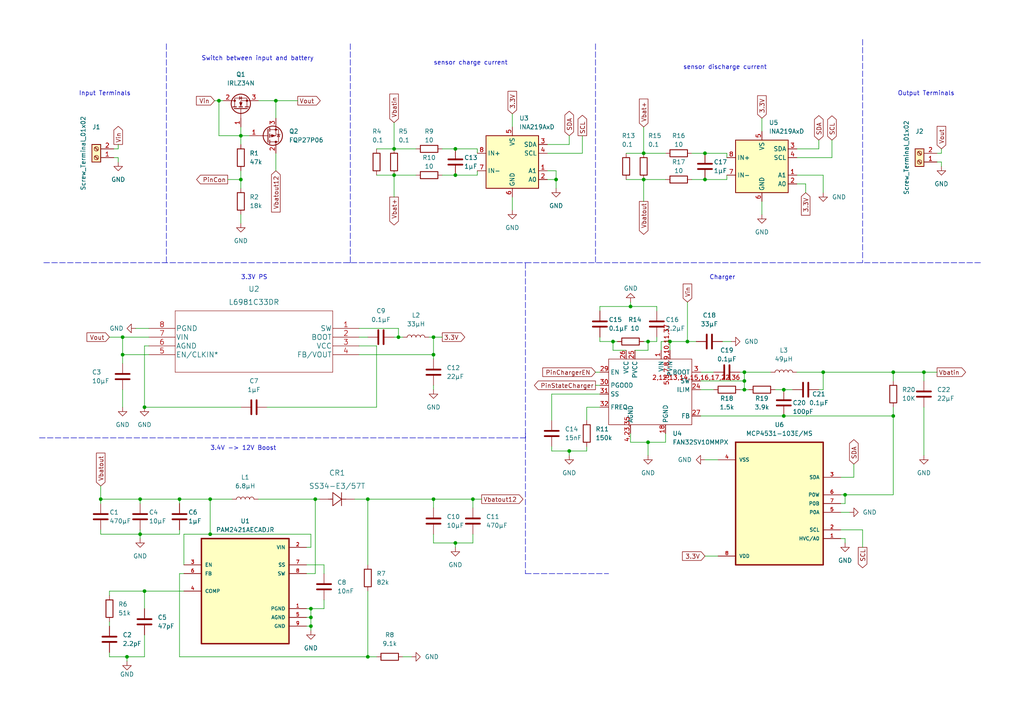
<source format=kicad_sch>
(kicad_sch (version 20211123) (generator eeschema)
  (paper "A4")
  (lib_symbols
    (symbol "2023-02-22_21-35-58:SS34-E3{slash}57T" (pin_numbers hide) (pin_names (offset -1.651) hide)
      (property "Reference" "CR" (at 5.08 4.445 0))
      (property "Value" "SS34-E3{slash}57T" (at 5.08 -7.62 0))
      (symbol "SS34-E3{slash}57T_1_1"
        (polyline (pts (xy 2.54 0) (xy 3.4798 0)) (stroke (width 0.2032)))
        (polyline (pts (xy 3.175 0) (xy 3.81 0)) (stroke (width 0.2032)))
        (polyline (pts (xy 3.81 -1.905) (xy 6.35 0)) (stroke (width 0.2032)))
        (polyline (pts (xy 3.81 1.905) (xy 3.81 -1.905)) (stroke (width 0.2032)))
        (polyline (pts (xy 6.35 -1.905) (xy 6.35 1.905)) (stroke (width 0.2032)))
        (polyline (pts (xy 6.35 0) (xy 3.81 1.905)) (stroke (width 0.2032)))
        (polyline (pts (xy 6.35 0) (xy 7.62 0)) (stroke (width 0.2032)))
        (pin unspecified line (at 10.16 0 180) (length 2.54) (name "1") (number "1"))
        (pin unspecified line (at 0 0 0) (length 2.54) (name "2") (number "2"))
      )
    )
    (symbol "2023-02-22_21-42-58:L6981C33DR" (pin_names (offset 0.254))
      (property "Reference" "U" (at 30.48 10.16 0))
      (property "Value" "L6981C33DR" (at 30.48 7.62 0))
      (symbol "L6981C33DR_1_1"
        (polyline (pts (xy 7.62 -12.7) (xy 53.34 -12.7)) (stroke (width 0.127)))
        (polyline (pts (xy 7.62 5.08) (xy 7.62 -12.7)) (stroke (width 0.127)))
        (polyline (pts (xy 53.34 -12.7) (xy 53.34 5.08)) (stroke (width 0.127)))
        (polyline (pts (xy 53.34 5.08) (xy 7.62 5.08)) (stroke (width 0.127)))
        (pin unspecified line (at 0 0 0) (length 7.62) (name "SW") (number "1"))
        (pin unspecified line (at 0 -2.54 0) (length 7.62) (name "BOOT") (number "2"))
        (pin power_in line (at 0 -5.08 0) (length 7.62) (name "VCC") (number "3"))
        (pin output line (at 0 -7.62 0) (length 7.62) (name "FB/VOUT") (number "4"))
        (pin unspecified line (at 60.96 -7.62 180) (length 7.62) (name "EN/CLKIN*") (number "5"))
        (pin power_in line (at 60.96 -5.08 180) (length 7.62) (name "AGND") (number "6"))
        (pin unspecified line (at 60.96 -2.54 180) (length 7.62) (name "VIN") (number "7"))
        (pin power_in line (at 60.96 0 180) (length 7.62) (name "PGND") (number "8"))
      )
    )
    (symbol "Connector:Screw_Terminal_01x02" (pin_names (offset 1.016) hide)
      (property "Reference" "J" (at 0 2.54 0))
      (property "Value" "Screw_Terminal_01x02" (at 0 -5.08 0))
      (symbol "Screw_Terminal_01x02_1_1"
        (rectangle (start -1.27 1.27) (end 1.27 -3.81) (stroke (width 0.254)) (fill (type background)))
        (circle (center 0 -2.54) (radius 0.635) (stroke (width 0.1524)))
        (polyline (pts (xy -0.5334 -2.2098) (xy 0.3302 -3.048)) (stroke (width 0.1524)))
        (polyline (pts (xy -0.5334 0.3302) (xy 0.3302 -0.508)) (stroke (width 0.1524)))
        (polyline (pts (xy -0.3556 -2.032) (xy 0.508 -2.8702)) (stroke (width 0.1524)))
        (polyline (pts (xy -0.3556 0.508) (xy 0.508 -0.3302)) (stroke (width 0.1524)))
        (circle (center 0 0) (radius 0.635) (stroke (width 0.1524)))
        (pin passive line (at -5.08 0 0) (length 3.81) (name "Pin_1") (number "1"))
        (pin passive line (at -5.08 -2.54 0) (length 3.81) (name "Pin_2") (number "2"))
      )
    )
    (symbol "Device:C" (pin_numbers hide) (pin_names (offset 0.254))
      (property "Reference" "C" (at 0.635 2.54 0))
      (property "Value" "C" (at 0.635 -2.54 0))
      (symbol "C_0_1"
        (polyline (pts (xy -2.032 -0.762) (xy 2.032 -0.762)) (stroke (width 0.508)))
        (polyline (pts (xy -2.032 0.762) (xy 2.032 0.762)) (stroke (width 0.508)))
      )
      (symbol "C_1_1"
        (pin passive line (at 0 3.81 270) (length 2.794) (name "~") (number "1"))
        (pin passive line (at 0 -3.81 90) (length 2.794) (name "~") (number "2"))
      )
    )
    (symbol "Device:L" (pin_numbers hide) (pin_names (offset 1.016) hide)
      (property "Reference" "L" (at -1.27 0 90))
      (property "Value" "L" (at 1.905 0 90))
      (symbol "L_0_1"
        (arc (start 0 -2.54) (mid 0.635 -1.905) (end 0 -1.27))
        (arc (start 0 -1.27) (mid 0.635 -0.635) (end 0 0))
        (arc (start 0 0) (mid 0.635 0.635) (end 0 1.27))
        (arc (start 0 1.27) (mid 0.635 1.905) (end 0 2.54))
      )
      (symbol "L_1_1"
        (pin passive line (at 0 3.81 270) (length 1.27) (name "1") (number "1"))
        (pin passive line (at 0 -3.81 90) (length 1.27) (name "2") (number "2"))
      )
    )
    (symbol "Device:R" (pin_numbers hide) (pin_names (offset 0))
      (property "Reference" "R" (at 2.032 0 90))
      (property "Value" "R" (at 0 0 90))
      (symbol "R_0_1"
        (rectangle (start -1.016 -2.54) (end 1.016 2.54) (stroke (width 0.254)))
      )
      (symbol "R_1_1"
        (pin passive line (at 0 3.81 270) (length 1.27) (name "~") (number "1"))
        (pin passive line (at 0 -3.81 90) (length 1.27) (name "~") (number "2"))
      )
    )
    (symbol "MCP4531-103E_MS:MCP4531-103E{slash}MS" (pin_names (offset 1.016))
      (property "Reference" "U" (at -12.7 18.78 0))
      (property "Value" "MCP4531-103E{slash}MS" (at -12.7 -21.78 0))
      (symbol "MCP4531-103E{slash}MS_0_0"
        (rectangle (start -12.7 -17.78) (end 12.7 17.78) (stroke (width 0.41)) (fill (type background)))
        (pin input line (at -17.78 10.16 0) (length 5.08) (name "HVC/A0") (number "1"))
        (pin input line (at -17.78 7.62 0) (length 5.08) (name "SCL") (number "2"))
        (pin bidirectional line (at -17.78 -7.62 0) (length 5.08) (name "SDA") (number "3"))
        (pin power_in line (at 17.78 -12.7 180) (length 5.08) (name "VSS") (number "4"))
        (pin bidirectional line (at -17.78 2.54 0) (length 5.08) (name "P0A") (number "5"))
        (pin bidirectional line (at -17.78 -2.54 0) (length 5.08) (name "P0W") (number "6"))
        (pin bidirectional line (at -17.78 0 0) (length 5.08) (name "P0B") (number "7"))
        (pin power_in line (at 17.78 15.24 180) (length 5.08) (name "VDD") (number "8"))
      )
    )
    (symbol "PAM2421AECADJR:PAM2421AECADJR" (pin_names (offset 1.016))
      (property "Reference" "U" (at -12.7 16.24 0))
      (property "Value" "PAM2421AECADJR" (at -12.7 -19.24 0))
      (symbol "PAM2421AECADJR_0_0"
        (rectangle (start -12.7 -15.24) (end 12.7 15.24) (stroke (width 0.41)) (fill (type background)))
        (pin power_in line (at 17.78 -5.08 180) (length 5.08) (name "PGND") (number "1"))
        (pin power_in line (at 17.78 12.7 180) (length 5.08) (name "VIN") (number "2"))
        (pin input line (at -17.78 7.62 0) (length 5.08) (name "EN") (number "3"))
        (pin bidirectional line (at -17.78 0 0) (length 5.08) (name "COMP") (number "4"))
        (pin power_in line (at 17.78 -7.62 180) (length 5.08) (name "AGND") (number "5"))
        (pin input line (at -17.78 5.08 0) (length 5.08) (name "FB") (number "6"))
        (pin output line (at 17.78 7.62 180) (length 5.08) (name "SS") (number "7"))
        (pin output line (at 17.78 5.08 180) (length 5.08) (name "SW") (number "8"))
        (pin power_in line (at 17.78 -10.16 180) (length 5.08) (name "GND") (number "9"))
      )
    )
    (symbol "Sensor_Energy:INA219AxD"
      (property "Reference" "U" (at -6.35 8.89 0))
      (property "Value" "INA219AxD" (at 5.08 8.89 0))
      (symbol "INA219AxD_0_1"
        (rectangle (start -7.62 7.62) (end 7.62 -7.62) (stroke (width 0.254)) (fill (type background)))
      )
      (symbol "INA219AxD_1_1"
        (pin input line (at 10.16 -2.54 180) (length 2.54) (name "A1") (number "1"))
        (pin input line (at 10.16 -5.08 180) (length 2.54) (name "A0") (number "2"))
        (pin bidirectional line (at 10.16 5.08 180) (length 2.54) (name "SDA") (number "3"))
        (pin input line (at 10.16 2.54 180) (length 2.54) (name "SCL") (number "4"))
        (pin power_in line (at 0 10.16 270) (length 2.54) (name "VS") (number "5"))
        (pin power_in line (at 0 -10.16 90) (length 2.54) (name "GND") (number "6"))
        (pin input line (at -10.16 -2.54 0) (length 2.54) (name "IN-") (number "7"))
        (pin input line (at -10.16 2.54 0) (length 2.54) (name "IN+") (number "8"))
      )
    )
    (symbol "Transistor_FET:FQP27P06" (pin_names hide)
      (property "Reference" "Q" (at 5.08 1.905 0))
      (property "Value" "FQP27P06" (at 5.08 0 0))
      (symbol "FQP27P06_0_1"
        (polyline (pts (xy 0.254 0) (xy -2.54 0)))
        (polyline (pts (xy 0.254 1.905) (xy 0.254 -1.905)) (stroke (width 0.254)))
        (polyline (pts (xy 0.762 -1.27) (xy 0.762 -2.286)) (stroke (width 0.254)))
        (polyline (pts (xy 0.762 0.508) (xy 0.762 -0.508)) (stroke (width 0.254)))
        (polyline (pts (xy 0.762 2.286) (xy 0.762 1.27)) (stroke (width 0.254)))
        (polyline (pts (xy 2.54 2.54) (xy 2.54 1.778)))
        (polyline (pts (xy 2.54 -2.54) (xy 2.54 0) (xy 0.762 0)))
        (polyline (pts (xy 0.762 1.778) (xy 3.302 1.778) (xy 3.302 -1.778) (xy 0.762 -1.778)))
        (polyline (pts (xy 2.286 0) (xy 1.27 0.381) (xy 1.27 -0.381) (xy 2.286 0)) (fill (type outline)))
        (polyline (pts (xy 2.794 -0.508) (xy 2.921 -0.381) (xy 3.683 -0.381) (xy 3.81 -0.254)))
        (polyline (pts (xy 3.302 -0.381) (xy 2.921 0.254) (xy 3.683 0.254) (xy 3.302 -0.381)))
        (circle (center 1.651 0) (radius 2.794) (stroke (width 0.254)))
        (circle (center 2.54 -1.778) (radius 0.254) (fill (type outline)))
        (circle (center 2.54 1.778) (radius 0.254) (fill (type outline)))
      )
      (symbol "FQP27P06_1_1"
        (pin input line (at -5.08 0 0) (length 2.54) (name "G") (number "1"))
        (pin passive line (at 2.54 5.08 270) (length 2.54) (name "D") (number "2"))
        (pin passive line (at 2.54 -5.08 90) (length 2.54) (name "S") (number "3"))
      )
    )
    (symbol "Transistor_FET:IRLZ34N" (pin_names hide)
      (property "Reference" "Q" (at 6.35 1.905 0))
      (property "Value" "IRLZ34N" (at 6.35 0 0))
      (symbol "IRLZ34N_0_1"
        (polyline (pts (xy 0.254 0) (xy -2.54 0)))
        (polyline (pts (xy 0.254 1.905) (xy 0.254 -1.905)) (stroke (width 0.254)))
        (polyline (pts (xy 0.762 -1.27) (xy 0.762 -2.286)) (stroke (width 0.254)))
        (polyline (pts (xy 0.762 0.508) (xy 0.762 -0.508)) (stroke (width 0.254)))
        (polyline (pts (xy 0.762 2.286) (xy 0.762 1.27)) (stroke (width 0.254)))
        (polyline (pts (xy 2.54 2.54) (xy 2.54 1.778)))
        (polyline (pts (xy 2.54 -2.54) (xy 2.54 0) (xy 0.762 0)))
        (polyline (pts (xy 0.762 -1.778) (xy 3.302 -1.778) (xy 3.302 1.778) (xy 0.762 1.778)))
        (polyline (pts (xy 1.016 0) (xy 2.032 0.381) (xy 2.032 -0.381) (xy 1.016 0)) (fill (type outline)))
        (polyline (pts (xy 2.794 0.508) (xy 2.921 0.381) (xy 3.683 0.381) (xy 3.81 0.254)))
        (polyline (pts (xy 3.302 0.381) (xy 2.921 -0.254) (xy 3.683 -0.254) (xy 3.302 0.381)))
        (circle (center 1.651 0) (radius 2.794) (stroke (width 0.254)))
        (circle (center 2.54 -1.778) (radius 0.254) (fill (type outline)))
        (circle (center 2.54 1.778) (radius 0.254) (fill (type outline)))
      )
      (symbol "IRLZ34N_1_1"
        (pin input line (at -5.08 0 0) (length 2.54) (name "G") (number "1"))
        (pin passive line (at 2.54 5.08 270) (length 2.54) (name "D") (number "2"))
        (pin passive line (at 2.54 -5.08 90) (length 2.54) (name "S") (number "3"))
      )
    )
    (symbol "homeMade:FAN32SV10MMPX"
      (property "Reference" "U" (at 0 13.97 0))
      (property "Value" "FAN32SV10MMPX" (at 0 16.51 0))
      (symbol "FAN32SV10MMPX_0_0"
        (pin power_in line (at 3.81 5.08 270) (length 2.54) (name "VIN") (number "1"))
        (pin power_in line (at 5.08 -19.05 90) (length 2.54) (name "PGND") (number "18"))
        (pin power_out line (at 15.24 -3.81 180) (length 2.54) (name "SW") (number "2,12,13,14,15,16,17,22,36"))
        (pin bidirectional line (at 15.24 -6.35 180) (length 2.54) (name "ILIM") (number "24"))
        (pin power_in line (at -3.81 5.08 270) (length 2.54) (name "PVCC") (number "25"))
        (pin power_in line (at -6.35 5.08 270) (length 2.54) (name "VCC") (number "26"))
        (pin input line (at 15.24 -13.97 180) (length 2.54) (name "FB") (number "27"))
        (pin input line (at -13.97 -1.27 0) (length 2.54) (name "EN") (number "29"))
        (pin power_out line (at 15.24 -1.27 180) (length 2.54) (name "BOOT") (number "3"))
        (pin output line (at -13.97 -5.08 0) (length 2.54) (name "PGOOD") (number "30"))
        (pin bidirectional line (at -13.97 -7.62 0) (length 2.54) (name "SS") (number "31"))
        (pin bidirectional line (at -13.97 -11.43 0) (length 2.54) (name "FREQ") (number "32"))
        (pin power_in line (at -5.08 -19.05 90) (length 2.54) (name "AGND") (number "4,23,35"))
        (pin power_in line (at 6.35 5.08 270) (length 2.54) (name "PVIN") (number "5,6,7,8,9,10,11,37"))
      )
      (symbol "FAN32SV10MMPX_0_1"
        (rectangle (start -11.43 2.54) (end 12.7 -16.51))
      )
    )
    (symbol "power:GND" (power) (pin_names (offset 0))
      (property "Value" "GND" (at 0 -3.81 0))
      (symbol "GND_0_1"
        (polyline (pts (xy 0 0) (xy 0 -1.27) (xy 1.27 -1.27) (xy 0 -2.54) (xy -1.27 -1.27) (xy 0 -1.27)))
      )
      (symbol "GND_1_1"
        (pin power_in line (at 0 0 270) (length 0) hide (name "GND") (number "1"))
      )
    )
  )
  (junction (at 259.08 107.95))
  (junction (at 60.96 144.78))
  (junction (at 115.57 97.79))
  (junction (at 186.69 52.07))
  (junction (at 177.8 99.06))
  (junction (at 114.3 43.18))
  (junction (at 186.69 44.45))
  (junction (at 199.39 99.06))
  (junction (at 60.96 154.94))
  (junction (at 69.85 52.07))
  (junction (at 132.08 43.18))
  (junction (at 245.11 143.51))
  (junction (at 204.47 44.45))
  (junction (at 90.17 179.07))
  (junction (at 125.73 144.78))
  (junction (at 161.29 52.07))
  (junction (at 227.33 120.65))
  (junction (at 114.3 50.8))
  (junction (at 215.9 110.49))
  (junction (at 52.07 144.78))
  (junction (at 69.85 39.37))
  (junction (at 36.83 190.5))
  (junction (at 132.08 157.48))
  (junction (at 238.76 107.95))
  (junction (at 165.1 130.81))
  (junction (at 125.73 102.87))
  (junction (at 267.97 107.95))
  (junction (at 35.56 102.87))
  (junction (at 41.91 118.11))
  (junction (at 182.88 88.9))
  (junction (at 91.44 144.78))
  (junction (at 90.17 176.53))
  (junction (at 90.17 181.61))
  (junction (at 35.56 97.79))
  (junction (at 41.91 171.45))
  (junction (at 215.9 107.95))
  (junction (at 187.96 99.06))
  (junction (at 106.68 190.5))
  (junction (at 227.33 113.03))
  (junction (at 40.64 144.78))
  (junction (at 187.96 128.27))
  (junction (at 80.01 29.21))
  (junction (at 63.5 29.21))
  (junction (at 40.64 154.94))
  (junction (at 215.9 113.03))
  (junction (at 259.08 120.65))
  (junction (at 194.31 99.06))
  (junction (at 132.08 50.8))
  (junction (at 125.73 97.79))
  (junction (at 204.47 52.07))
  (junction (at 29.21 144.78))
  (junction (at 137.16 144.78))
  (junction (at 106.68 144.78))
  (wire (pts (xy 90.17 154.94) (xy 90.17 158.75)))
  (wire (pts (xy 63.5 29.21) (xy 63.5 39.37)))
  (wire (pts (xy 194.31 99.06) (xy 194.31 101.6)))
  (wire (pts (xy 29.21 144.78) (xy 40.64 144.78)))
  (wire (pts (xy 203.2 107.95) (xy 207.01 107.95)))
  (wire (pts (xy 106.68 144.78) (xy 125.73 144.78)))
  (wire (pts (xy 182.88 128.27) (xy 187.96 128.27)))
  (wire (pts (xy 33.02 43.18) (xy 34.29 43.18)))
  (wire (pts (xy 271.78 46.99) (xy 273.05 46.99)))
  (wire (pts (xy 173.99 88.9) (xy 182.88 88.9)))
  (polyline (pts (xy 152.4 76.2) (xy 152.4 166.37)))
  (wire (pts (xy 88.9 179.07) (xy 90.17 179.07)))
  (wire (pts (xy 160.02 130.81) (xy 165.1 130.81)))
  (wire (pts (xy 181.61 101.6) (xy 177.8 101.6)))
  (wire (pts (xy 106.68 144.78) (xy 106.68 163.83)))
  (wire (pts (xy 41.91 184.15) (xy 41.91 190.5)))
  (wire (pts (xy 231.14 50.8) (xy 238.76 50.8)))
  (wire (pts (xy 93.98 173.99) (xy 93.98 176.53)))
  (wire (pts (xy 172.72 111.76) (xy 173.99 111.76)))
  (wire (pts (xy 209.55 99.06) (xy 212.09 99.06)))
  (wire (pts (xy 114.3 50.8) (xy 120.65 50.8)))
  (wire (pts (xy 224.79 113.03) (xy 227.33 113.03)))
  (wire (pts (xy 170.18 118.11) (xy 173.99 118.11)))
  (wire (pts (xy 203.2 110.49) (xy 215.9 110.49)))
  (wire (pts (xy 259.08 143.51) (xy 245.11 143.51)))
  (wire (pts (xy 115.57 97.79) (xy 116.84 97.79)))
  (wire (pts (xy 53.34 154.94) (xy 60.96 154.94)))
  (wire (pts (xy 170.18 121.92) (xy 170.18 118.11)))
  (wire (pts (xy 238.76 107.95) (xy 238.76 113.03)))
  (wire (pts (xy 220.98 34.29) (xy 220.98 38.1)))
  (wire (pts (xy 190.5 97.79) (xy 190.5 99.06)))
  (wire (pts (xy 39.37 95.25) (xy 43.18 95.25)))
  (wire (pts (xy 182.88 88.9) (xy 190.5 88.9)))
  (wire (pts (xy 182.88 87.63) (xy 182.88 88.9)))
  (wire (pts (xy 90.17 181.61) (xy 88.9 181.61)))
  (wire (pts (xy 203.2 113.03) (xy 207.01 113.03)))
  (wire (pts (xy 40.64 153.67) (xy 40.64 154.94)))
  (wire (pts (xy 238.76 113.03) (xy 237.49 113.03)))
  (wire (pts (xy 31.75 189.23) (xy 31.75 190.5)))
  (wire (pts (xy 267.97 110.49) (xy 267.97 107.95)))
  (wire (pts (xy 109.22 100.33) (xy 104.14 100.33)))
  (wire (pts (xy 114.3 97.79) (xy 115.57 97.79)))
  (wire (pts (xy 231.14 43.18) (xy 237.49 43.18)))
  (wire (pts (xy 125.73 102.87) (xy 125.73 104.14)))
  (wire (pts (xy 43.18 97.79) (xy 35.56 97.79)))
  (wire (pts (xy 204.47 44.45) (xy 210.82 44.45)))
  (wire (pts (xy 243.84 156.21) (xy 245.11 156.21)))
  (wire (pts (xy 29.21 140.97) (xy 29.21 144.78)))
  (wire (pts (xy 199.39 87.63) (xy 199.39 99.06)))
  (wire (pts (xy 204.47 133.35) (xy 208.28 133.35)))
  (wire (pts (xy 160.02 114.3) (xy 173.99 114.3)))
  (wire (pts (xy 69.85 52.07) (xy 69.85 54.61)))
  (wire (pts (xy 109.22 118.11) (xy 109.22 100.33)))
  (wire (pts (xy 259.08 110.49) (xy 259.08 107.95)))
  (wire (pts (xy 160.02 114.3) (xy 160.02 121.92)))
  (wire (pts (xy 158.75 44.45) (xy 168.91 44.45)))
  (wire (pts (xy 245.11 143.51) (xy 245.11 146.05)))
  (wire (pts (xy 210.82 45.72) (xy 210.82 44.45)))
  (wire (pts (xy 41.91 118.11) (xy 69.85 118.11)))
  (wire (pts (xy 35.56 102.87) (xy 43.18 102.87)))
  (wire (pts (xy 158.75 41.91) (xy 165.1 41.91)))
  (wire (pts (xy 231.14 53.34) (xy 233.68 53.34)))
  (wire (pts (xy 191.77 101.6) (xy 191.77 99.06)))
  (wire (pts (xy 181.61 44.45) (xy 186.69 44.45)))
  (wire (pts (xy 69.85 39.37) (xy 69.85 41.91)))
  (wire (pts (xy 62.23 29.21) (xy 63.5 29.21)))
  (wire (pts (xy 250.19 153.67) (xy 243.84 153.67)))
  (polyline (pts (xy 152.4 127) (xy 152.4 125.73)))
  (wire (pts (xy 125.73 97.79) (xy 128.27 97.79)))
  (wire (pts (xy 173.99 99.06) (xy 177.8 99.06)))
  (wire (pts (xy 69.85 39.37) (xy 72.39 39.37)))
  (wire (pts (xy 237.49 43.18) (xy 237.49 40.64)))
  (wire (pts (xy 138.43 49.53) (xy 138.43 50.8)))
  (wire (pts (xy 241.3 45.72) (xy 241.3 40.64)))
  (wire (pts (xy 109.22 43.18) (xy 114.3 43.18)))
  (wire (pts (xy 128.27 50.8) (xy 132.08 50.8)))
  (wire (pts (xy 200.66 52.07) (xy 204.47 52.07)))
  (wire (pts (xy 238.76 55.88) (xy 238.76 50.8)))
  (wire (pts (xy 125.73 154.94) (xy 125.73 157.48)))
  (wire (pts (xy 41.91 100.33) (xy 41.91 118.11)))
  (wire (pts (xy 245.11 143.51) (xy 243.84 143.51)))
  (wire (pts (xy 247.65 138.43) (xy 243.84 138.43)))
  (wire (pts (xy 80.01 29.21) (xy 80.01 34.29)))
  (wire (pts (xy 36.83 191.77) (xy 36.83 190.5)))
  (wire (pts (xy 63.5 39.37) (xy 69.85 39.37)))
  (wire (pts (xy 138.43 44.45) (xy 138.43 43.18)))
  (wire (pts (xy 91.44 144.78) (xy 92.71 144.78)))
  (wire (pts (xy 88.9 176.53) (xy 90.17 176.53)))
  (wire (pts (xy 227.33 120.65) (xy 259.08 120.65)))
  (wire (pts (xy 137.16 154.94) (xy 137.16 157.48)))
  (wire (pts (xy 52.07 144.78) (xy 60.96 144.78)))
  (wire (pts (xy 124.46 97.79) (xy 125.73 97.79)))
  (wire (pts (xy 31.75 190.5) (xy 36.83 190.5)))
  (wire (pts (xy 186.69 36.83) (xy 186.69 44.45)))
  (polyline (pts (xy 152.4 76.2) (xy 284.48 76.2)))
  (wire (pts (xy 191.77 99.06) (xy 194.31 99.06)))
  (wire (pts (xy 210.82 50.8) (xy 210.82 52.07)))
  (wire (pts (xy 177.8 99.06) (xy 179.07 99.06)))
  (wire (pts (xy 106.68 190.5) (xy 109.22 190.5)))
  (wire (pts (xy 137.16 147.32) (xy 137.16 144.78)))
  (wire (pts (xy 40.64 156.21) (xy 40.64 154.94)))
  (wire (pts (xy 137.16 144.78) (xy 125.73 144.78)))
  (wire (pts (xy 138.43 50.8) (xy 132.08 50.8)))
  (wire (pts (xy 259.08 120.65) (xy 259.08 143.51)))
  (wire (pts (xy 91.44 144.78) (xy 91.44 166.37)))
  (wire (pts (xy 125.73 102.87) (xy 125.73 97.79)))
  (wire (pts (xy 172.72 107.95) (xy 173.99 107.95)))
  (wire (pts (xy 40.64 154.94) (xy 52.07 154.94)))
  (wire (pts (xy 29.21 144.78) (xy 29.21 146.05)))
  (wire (pts (xy 104.14 102.87) (xy 125.73 102.87)))
  (wire (pts (xy 90.17 158.75) (xy 88.9 158.75)))
  (wire (pts (xy 106.68 171.45) (xy 106.68 190.5)))
  (wire (pts (xy 114.3 50.8) (xy 114.3 57.15)))
  (wire (pts (xy 29.21 153.67) (xy 29.21 154.94)))
  (wire (pts (xy 40.64 144.78) (xy 40.64 146.05)))
  (polyline (pts (xy 101.6 12.7) (xy 101.6 76.2)))
  (wire (pts (xy 114.3 43.18) (xy 120.65 43.18)))
  (wire (pts (xy 90.17 179.07) (xy 90.17 181.61)))
  (wire (pts (xy 246.38 148.59) (xy 243.84 148.59)))
  (wire (pts (xy 102.87 144.78) (xy 106.68 144.78)))
  (wire (pts (xy 165.1 41.91) (xy 165.1 39.37)))
  (wire (pts (xy 187.96 99.06) (xy 186.69 99.06)))
  (wire (pts (xy 161.29 52.07) (xy 161.29 54.61)))
  (wire (pts (xy 66.04 52.07) (xy 69.85 52.07)))
  (wire (pts (xy 165.1 130.81) (xy 165.1 132.08)))
  (wire (pts (xy 60.96 144.78) (xy 67.31 144.78)))
  (wire (pts (xy 132.08 157.48) (xy 132.08 158.75)))
  (wire (pts (xy 250.19 158.75) (xy 250.19 153.67)))
  (wire (pts (xy 69.85 36.83) (xy 69.85 39.37)))
  (wire (pts (xy 104.14 95.25) (xy 115.57 95.25)))
  (wire (pts (xy 170.18 130.81) (xy 165.1 130.81)))
  (wire (pts (xy 31.75 171.45) (xy 41.91 171.45)))
  (wire (pts (xy 161.29 49.53) (xy 161.29 52.07)))
  (wire (pts (xy 186.69 52.07) (xy 193.04 52.07)))
  (wire (pts (xy 52.07 154.94) (xy 52.07 153.67)))
  (wire (pts (xy 60.96 154.94) (xy 90.17 154.94)))
  (wire (pts (xy 52.07 166.37) (xy 53.34 166.37)))
  (wire (pts (xy 168.91 44.45) (xy 168.91 39.37)))
  (wire (pts (xy 29.21 154.94) (xy 40.64 154.94)))
  (wire (pts (xy 158.75 49.53) (xy 161.29 49.53)))
  (wire (pts (xy 173.99 97.79) (xy 173.99 99.06)))
  (wire (pts (xy 273.05 46.99) (xy 273.05 48.26)))
  (wire (pts (xy 245.11 156.21) (xy 245.11 157.48)))
  (wire (pts (xy 90.17 176.53) (xy 90.17 179.07)))
  (polyline (pts (xy 11.43 127) (xy 152.4 127)))
  (wire (pts (xy 187.96 128.27) (xy 193.04 128.27)))
  (wire (pts (xy 186.69 44.45) (xy 193.04 44.45)))
  (wire (pts (xy 215.9 107.95) (xy 223.52 107.95)))
  (polyline (pts (xy 48.26 12.7) (xy 48.26 76.2)))
  (polyline (pts (xy 250.19 11.43) (xy 250.19 76.2)))
  (wire (pts (xy 181.61 52.07) (xy 186.69 52.07)))
  (wire (pts (xy 160.02 129.54) (xy 160.02 130.81)))
  (wire (pts (xy 215.9 113.03) (xy 217.17 113.03)))
  (wire (pts (xy 267.97 118.11) (xy 267.97 132.08)))
  (wire (pts (xy 193.04 128.27) (xy 193.04 125.73)))
  (wire (pts (xy 199.39 99.06) (xy 194.31 99.06)))
  (wire (pts (xy 109.22 50.8) (xy 114.3 50.8)))
  (wire (pts (xy 90.17 182.88) (xy 90.17 181.61)))
  (wire (pts (xy 128.27 43.18) (xy 132.08 43.18)))
  (wire (pts (xy 267.97 107.95) (xy 271.78 107.95)))
  (wire (pts (xy 199.39 99.06) (xy 201.93 99.06)))
  (wire (pts (xy 80.01 29.21) (xy 86.36 29.21)))
  (wire (pts (xy 233.68 53.34) (xy 233.68 55.88)))
  (wire (pts (xy 220.98 58.42) (xy 220.98 62.23)))
  (wire (pts (xy 215.9 110.49) (xy 215.9 113.03)))
  (wire (pts (xy 231.14 107.95) (xy 238.76 107.95)))
  (wire (pts (xy 60.96 144.78) (xy 60.96 154.94)))
  (wire (pts (xy 203.2 120.65) (xy 227.33 120.65)))
  (wire (pts (xy 187.96 99.06) (xy 190.5 99.06)))
  (wire (pts (xy 184.15 101.6) (xy 187.96 101.6)))
  (wire (pts (xy 33.02 45.72) (xy 34.29 45.72)))
  (wire (pts (xy 40.64 144.78) (xy 52.07 144.78)))
  (wire (pts (xy 77.47 118.11) (xy 109.22 118.11)))
  (wire (pts (xy 186.69 52.07) (xy 186.69 58.42)))
  (wire (pts (xy 35.56 102.87) (xy 35.56 105.41)))
  (wire (pts (xy 259.08 118.11) (xy 259.08 120.65)))
  (wire (pts (xy 31.75 97.79) (xy 35.56 97.79)))
  (wire (pts (xy 215.9 113.03) (xy 214.63 113.03)))
  (wire (pts (xy 214.63 107.95) (xy 215.9 107.95)))
  (wire (pts (xy 187.96 128.27) (xy 187.96 132.08)))
  (wire (pts (xy 114.3 35.56) (xy 114.3 43.18)))
  (wire (pts (xy 210.82 52.07) (xy 204.47 52.07)))
  (wire (pts (xy 35.56 113.03) (xy 35.56 118.11)))
  (wire (pts (xy 238.76 107.95) (xy 259.08 107.95)))
  (wire (pts (xy 148.59 57.15) (xy 148.59 60.96)))
  (wire (pts (xy 125.73 147.32) (xy 125.73 144.78)))
  (wire (pts (xy 74.93 29.21) (xy 80.01 29.21)))
  (wire (pts (xy 31.75 172.72) (xy 31.75 171.45)))
  (polyline (pts (xy 172.72 12.7) (xy 172.72 76.2)))
  (wire (pts (xy 31.75 180.34) (xy 31.75 181.61)))
  (wire (pts (xy 182.88 125.73) (xy 182.88 128.27)))
  (polyline (pts (xy 48.26 76.2) (xy 46.99 76.2)))
  (wire (pts (xy 137.16 144.78) (xy 139.7 144.78)))
  (wire (pts (xy 190.5 88.9) (xy 190.5 90.17)))
  (wire (pts (xy 88.9 166.37) (xy 91.44 166.37)))
  (wire (pts (xy 52.07 166.37) (xy 52.07 190.5)))
  (wire (pts (xy 104.14 97.79) (xy 106.68 97.79)))
  (wire (pts (xy 52.07 190.5) (xy 106.68 190.5)))
  (wire (pts (xy 41.91 171.45) (xy 53.34 171.45)))
  (wire (pts (xy 34.29 41.91) (xy 34.29 43.18)))
  (wire (pts (xy 245.11 146.05) (xy 243.84 146.05)))
  (polyline (pts (xy 152.4 166.37) (xy 176.53 166.37)))
  (wire (pts (xy 215.9 107.95) (xy 215.9 110.49)))
  (wire (pts (xy 170.18 129.54) (xy 170.18 130.81)))
  (wire (pts (xy 148.59 33.02) (xy 148.59 36.83)))
  (wire (pts (xy 80.01 44.45) (xy 80.01 49.53)))
  (wire (pts (xy 53.34 163.83) (xy 53.34 154.94)))
  (wire (pts (xy 34.29 45.72) (xy 34.29 46.99)))
  (wire (pts (xy 52.07 144.78) (xy 52.07 146.05)))
  (wire (pts (xy 74.93 144.78) (xy 91.44 144.78)))
  (wire (pts (xy 69.85 62.23) (xy 69.85 64.77)))
  (wire (pts (xy 137.16 157.48) (xy 132.08 157.48)))
  (wire (pts (xy 116.84 190.5) (xy 119.38 190.5)))
  (wire (pts (xy 271.78 44.45) (xy 273.05 44.45)))
  (wire (pts (xy 88.9 163.83) (xy 93.98 163.83)))
  (wire (pts (xy 132.08 43.18) (xy 138.43 43.18)))
  (wire (pts (xy 231.14 45.72) (xy 241.3 45.72)))
  (wire (pts (xy 200.66 44.45) (xy 204.47 44.45)))
  (wire (pts (xy 132.08 157.48) (xy 125.73 157.48)))
  (polyline (pts (xy 101.6 76.2) (xy 100.33 76.2)))
  (wire (pts (xy 227.33 113.03) (xy 229.87 113.03)))
  (wire (pts (xy 63.5 29.21) (xy 64.77 29.21)))
  (wire (pts (xy 204.47 161.29) (xy 208.28 161.29)))
  (polyline (pts (xy 12.7 76.2) (xy 152.4 76.2)))
  (wire (pts (xy 35.56 97.79) (xy 35.56 102.87)))
  (wire (pts (xy 115.57 95.25) (xy 115.57 97.79)))
  (wire (pts (xy 173.99 90.17) (xy 173.99 88.9)))
  (wire (pts (xy 41.91 190.5) (xy 36.83 190.5)))
  (wire (pts (xy 187.96 101.6) (xy 187.96 99.06)))
  (wire (pts (xy 43.18 100.33) (xy 41.91 100.33)))
  (wire (pts (xy 125.73 111.76) (xy 125.73 113.03)))
  (wire (pts (xy 41.91 171.45) (xy 41.91 176.53)))
  (wire (pts (xy 273.05 43.18) (xy 273.05 44.45)))
  (wire (pts (xy 93.98 163.83) (xy 93.98 166.37)))
  (wire (pts (xy 177.8 101.6) (xy 177.8 99.06)))
  (wire (pts (xy 69.85 49.53) (xy 69.85 52.07)))
  (wire (pts (xy 247.65 134.62) (xy 247.65 138.43)))
  (wire (pts (xy 93.98 176.53) (xy 90.17 176.53)))
  (wire (pts (xy 259.08 107.95) (xy 267.97 107.95)))
  (wire (pts (xy 158.75 52.07) (xy 161.29 52.07)))
  (text "Charger" (at 205.74 81.28 0) (effects (font (size 1.27 1.27)) (justify left bottom)))
  (text "Input Terminals" (at 22.86 27.94 0) (effects (font (size 1.27 1.27)) (justify left bottom)))
  (text "Switch between input and battery" (at 58.42 17.78 0) (effects (font (size 1.27 1.27)) (justify left bottom)))
  (text "sensor charge current" (at 125.73 19.05 0) (effects (font (size 1.27 1.27)) (justify left bottom)))
  (text "sensor discharge current" (at 198.12 20.32 0) (effects (font (size 1.27 1.27)) (justify left bottom)))
  (text "Output Terminals" (at 260.35 27.94 0) (effects (font (size 1.27 1.27)) (justify left bottom)))
  (text "3.3V PS" (at 69.85 81.28 0) (effects (font (size 1.27 1.27)) (justify left bottom)))
  (text "3.4V -> 12V Boost" (at 60.96 130.81 0) (effects (font (size 1.27 1.27)) (justify left bottom)))
  (global_label "Vbatout12" (shape input) (at 80.01 49.53 270) (property "Intersheet References" "${INTERSHEET_REFS}" (effects hide)))
  (global_label "Vin" (shape output) (at 34.29 41.91 90) (property "Intersheet References" "${INTERSHEET_REFS}" (effects hide)))
  (global_label "Vin" (shape input) (at 199.39 87.63 90) (property "Intersheet References" "${INTERSHEET_REFS}" (effects hide)))
  (global_label "Vbat+" (shape input) (at 186.69 36.83 90) (property "Intersheet References" "${INTERSHEET_REFS}" (effects hide)))
  (global_label "Vin" (shape input) (at 62.23 29.21 180) (property "Intersheet References" "${INTERSHEET_REFS}" (effects hide)))
  (global_label "Vbatout12" (shape output) (at 139.7 144.78 0) (property "Intersheet References" "${INTERSHEET_REFS}" (effects hide)))
  (global_label "SCL" (shape output) (at 168.91 39.37 90) (property "Intersheet References" "${INTERSHEET_REFS}" (effects hide)))
  (global_label "Vbat+" (shape output) (at 114.3 57.15 270) (property "Intersheet References" "${INTERSHEET_REFS}" (effects hide)))
  (global_label "3.3V" (shape input) (at 233.68 55.88 270) (property "Intersheet References" "${INTERSHEET_REFS}" (effects hide)))
  (global_label "SDA" (shape bidirectional) (at 165.1 39.37 90) (property "Intersheet References" "${INTERSHEET_REFS}" (effects hide)))
  (global_label "Vout" (shape output) (at 86.36 29.21 0) (property "Intersheet References" "${INTERSHEET_REFS}" (effects hide)))
  (global_label "PinChargerEN" (shape input) (at 172.72 107.95 180) (property "Intersheet References" "${INTERSHEET_REFS}" (effects hide)))
  (global_label "Vbatin" (shape output) (at 271.78 107.95 0) (property "Intersheet References" "${INTERSHEET_REFS}" (effects hide)))
  (global_label "Vout" (shape input) (at 273.05 43.18 90) (property "Intersheet References" "${INTERSHEET_REFS}" (effects hide)))
  (global_label "Vbatout" (shape input) (at 29.21 140.97 90) (property "Intersheet References" "${INTERSHEET_REFS}" (effects hide)))
  (global_label "Vout" (shape input) (at 31.75 97.79 180) (property "Intersheet References" "${INTERSHEET_REFS}" (effects hide)))
  (global_label "PinCon" (shape output) (at 66.04 52.07 180) (property "Intersheet References" "${INTERSHEET_REFS}" (effects hide)))
  (global_label "PinStateCharger" (shape output) (at 172.72 111.76 180) (property "Intersheet References" "${INTERSHEET_REFS}" (effects hide)))
  (global_label "3.3V" (shape input) (at 220.98 34.29 90) (property "Intersheet References" "${INTERSHEET_REFS}" (effects hide)))
  (global_label "SDA" (shape bidirectional) (at 237.49 40.64 90) (property "Intersheet References" "${INTERSHEET_REFS}" (effects hide)))
  (global_label "Vbatout" (shape output) (at 186.69 58.42 270) (property "Intersheet References" "${INTERSHEET_REFS}" (effects hide)))
  (global_label "3.3V" (shape input) (at 148.59 33.02 90) (property "Intersheet References" "${INTERSHEET_REFS}" (effects hide)))
  (global_label "SCL" (shape bidirectional) (at 241.3 40.64 90) (property "Intersheet References" "${INTERSHEET_REFS}" (effects hide)))
  (global_label "Vbatin" (shape input) (at 114.3 35.56 90) (property "Intersheet References" "${INTERSHEET_REFS}" (effects hide)))
  (global_label "SCL" (shape output) (at 250.19 158.75 270) (property "Intersheet References" "${INTERSHEET_REFS}" (effects hide)))
  (global_label "3.3V" (shape input) (at 204.47 161.29 180) (property "Intersheet References" "${INTERSHEET_REFS}" (effects hide)))
  (global_label "3.3V" (shape output) (at 128.27 97.79 0) (property "Intersheet References" "${INTERSHEET_REFS}" (effects hide)))
  (global_label "SDA" (shape bidirectional) (at 247.65 134.62 90) (property "Intersheet References" "${INTERSHEET_REFS}" (effects hide)))
  (symbol (lib_id "Device:C") (at 35.56 109.22 0) (unit 1)
    (property "Reference" "C3" (at 26.67 107.95 0) (effects (justify left)))
    (property "Value" "10μF" (at 26.67 110.49 0) (effects (justify left)))
    (property "Footprint" "Capacitor_SMD:C_0805_2012Metric" (effects hide))
  )
  (symbol (lib_id "power:GND") (at 238.76 55.88 0) (unit 1)
    (property "Reference" "#PWR020" (effects hide))
    (property "Value" "GND" (at 241.3 57.1499 0) (effects (justify left)))
  )
  (symbol (lib_id "Device:R") (at 182.88 99.06 90) (unit 1)
    (property "Reference" "R14" (at 184.15 92.71 90))
    (property "Value" "10" (at 184.15 95.25 90))
    (property "Footprint" "Resistor_SMD:R_0805_2012Metric" (effects hide))
  )
  (symbol (lib_id "Sensor_Energy:INA219AxD") (at 148.59 46.99 0) (unit 1)
    (property "Reference" "U3" (at 150.6094 34.29 0) (effects (justify left)))
    (property "Value" "INA219AxD" (at 150.6094 36.83 0) (effects (justify left)))
    (property "Footprint" "Package_SO:SOIC-8_3.9x4.9mm_P1.27mm" (effects hide))
    (property "Datasheet" "http://www.ti.com/lit/ds/symlink/ina219.pdf" (effects hide))
  )
  (symbol (lib_id "power:GND") (at 212.09 99.06 90) (unit 1)
    (property "Reference" "#PWR018" (effects hide))
    (property "Value" "GND" (at 215.9 99.0599 90) (effects (justify right)))
  )
  (symbol (lib_id "Device:C") (at 137.16 151.13 0) (unit 1)
    (property "Reference" "C11" (at 140.97 149.8599 0) (effects (justify left)))
    (property "Value" "470μF" (at 140.97 152.3999 0) (effects (justify left)))
    (property "Footprint" "Capacitor_THT:CP_Radial_D13.0mm_P5.00mm" (effects hide))
  )
  (symbol (lib_id "Device:R") (at 124.46 50.8 90) (unit 1)
    (property "Reference" "R10" (at 124.46 45.72 90))
    (property "Value" "10" (at 124.46 48.26 90))
    (property "Footprint" "Resistor_SMD:R_0805_2012Metric" (effects hide))
  )
  (symbol (lib_id "Device:L") (at 71.12 144.78 90) (unit 1)
    (property "Reference" "L1" (at 71.12 138.43 90))
    (property "Value" "6.8μH" (at 71.12 140.97 90))
    (property "Footprint" "Inductor_THT:L_Toroid_Vertical_L26.7mm_W14.0mm_P10.16mm_Pulse_D" (effects hide))
  )
  (symbol (lib_id "Device:R") (at 186.69 48.26 0) (unit 1)
    (property "Reference" "R15" (at 187.96 39.37 0) (effects (justify left)))
    (property "Value" "0.1" (at 187.96 41.91 0) (effects (justify left)))
    (property "Footprint" "Resistor_SMD:R_2512_6332Metric" (effects hide))
  )
  (symbol (lib_id "Device:R") (at 109.22 46.99 0) (unit 1)
    (property "Reference" "R4" (at 107.95 38.1 0) (effects (justify left)))
    (property "Value" "0.1" (at 107.95 40.64 0) (effects (justify left)))
    (property "Footprint" "Resistor_SMD:R_2512_6332Metric" (effects hide))
  )
  (symbol (lib_id "Device:R") (at 170.18 125.73 0) (unit 1)
    (property "Reference" "R11" (at 172.72 124.4599 0) (effects (justify left)))
    (property "Value" "150k" (at 172.72 126.9999 0) (effects (justify left)))
    (property "Footprint" "Resistor_SMD:R_0805_2012Metric" (effects hide))
  )
  (symbol (lib_id "2023-02-22_21-42-58:L6981C33DR") (at 104.14 95.25 0) (mirror y) (unit 1)
    (property "Reference" "U2" (at 73.66 83.82 0) (effects (font (size 1.524 1.524))))
    (property "Value" "L6981C33DR" (at 73.66 87.63 0) (effects (font (size 1.524 1.524))))
    (property "Footprint" "footprints2.0:L6981C33DR" (effects hide))
  )
  (symbol (lib_id "Connector:Screw_Terminal_01x02") (at 27.94 45.72 180) (unit 1)
    (property "Reference" "J1" (at 27.94 36.83 0))
    (property "Value" "Screw_Terminal_01x02" (at 24.13 44.45 90))
    (property "Footprint" "footprints3.0:YO0221500000G" (effects hide))
  )
  (symbol (lib_id "Sensor_Energy:INA219AxD") (at 220.98 48.26 0) (unit 1)
    (property "Reference" "U5" (at 222.9994 35.56 0) (effects (justify left)))
    (property "Value" "INA219AxD" (at 222.9994 38.1 0) (effects (justify left)))
    (property "Footprint" "Package_SO:SOIC-8_3.9x4.9mm_P1.27mm" (effects hide))
    (property "Datasheet" "http://www.ti.com/lit/ds/symlink/ina219.pdf" (effects hide))
  )
  (symbol (lib_id "power:GND") (at 34.29 46.99 0) (unit 1)
    (property "Reference" "#PWR01" (effects hide))
    (property "Value" "GND" (at 34.29 52.07 0))
  )
  (symbol (lib_id "power:GND") (at 187.96 132.08 0) (unit 1)
    (property "Reference" "#PWR016" (effects hide))
    (property "Value" "GND" (at 187.96 137.16 0))
  )
  (symbol (lib_id "Device:C") (at 132.08 46.99 0) (unit 1)
    (property "Reference" "C13" (at 134.62 45.72 0) (effects (justify left)))
    (property "Value" "1μF" (at 134.62 48.26 0) (effects (justify left)))
    (property "Footprint" "Capacitor_SMD:C_0805_2012Metric" (effects hide))
  )
  (symbol (lib_id "Device:C") (at 210.82 107.95 90) (unit 1)
    (property "Reference" "C19" (at 210.82 101.6 90))
    (property "Value" "0.1μF" (at 210.82 104.14 90))
    (property "Footprint" "Capacitor_SMD:C_0805_2012Metric" (effects hide))
  )
  (symbol (lib_id "Device:C") (at 205.74 99.06 90) (unit 1)
    (property "Reference" "C18" (at 205.74 91.44 90))
    (property "Value" "33μF" (at 205.74 93.98 90))
    (property "Footprint" "Capacitor_SMD:C_1206_3216Metric" (effects hide))
  )
  (symbol (lib_id "power:GND") (at 40.64 156.21 0) (unit 1)
    (property "Reference" "#PWR05" (effects hide))
    (property "Value" "GND" (at 40.64 161.29 0))
  )
  (symbol (lib_id "Device:R") (at 31.75 176.53 0) (unit 1)
    (property "Reference" "R6" (at 34.29 175.2599 0) (effects (justify left)))
    (property "Value" "51k" (at 34.29 177.7999 0) (effects (justify left)))
    (property "Footprint" "Resistor_SMD:R_0805_2012Metric" (effects hide))
  )
  (symbol (lib_id "Device:C") (at 125.73 151.13 0) (unit 1)
    (property "Reference" "C10" (at 129.54 149.8599 0) (effects (justify left)))
    (property "Value" "10μF" (at 129.54 152.3999 0) (effects (justify left)))
    (property "Footprint" "Capacitor_SMD:C_0805_2012Metric" (effects hide))
  )
  (symbol (lib_id "Transistor_FET:FQP27P06") (at 77.47 39.37 0) (mirror x) (unit 1)
    (property "Reference" "Q2" (at 83.82 38.0999 0) (effects (justify left)))
    (property "Value" "FQP27P06" (at 83.82 40.6399 0) (effects (justify left)))
    (property "Footprint" "Package_TO_SOT_THT:TO-220-3_Vertical" (effects hide))
    (property "Datasheet" "https://www.onsemi.com/pub/Collateral/FQP27P06-D.PDF" (effects hide))
  )
  (symbol (lib_id "Device:R") (at 259.08 114.3 0) (unit 1)
    (property "Reference" "R20" (at 261.62 113.0299 0) (effects (justify left)))
    (property "Value" "10K" (at 261.62 115.5699 0) (effects (justify left)))
    (property "Footprint" "Resistor_SMD:R_0805_2012Metric" (effects hide))
  )
  (symbol (lib_id "MCP4531-103E_MS:MCP4531-103E{slash}MS") (at 226.06 146.05 180) (unit 1)
    (property "Reference" "U6" (at 226.06 123.19 0))
    (property "Value" "MCP4531-103E/MS" (at 226.06 125.73 0))
    (property "Footprint" "Kicad:SOP65P490X110-8N" (effects hide))
  )
  (symbol (lib_id "Device:C") (at 204.47 48.26 0) (unit 1)
    (property "Reference" "C17" (at 207.01 46.99 0) (effects (justify left)))
    (property "Value" "1μF" (at 207.01 49.53 0) (effects (justify left)))
    (property "Footprint" "Capacitor_SMD:C_0805_2012Metric" (effects hide))
  )
  (symbol (lib_id "PAM2421AECADJR:PAM2421AECADJR") (at 71.12 171.45 0) (unit 1)
    (property "Reference" "U1" (at 71.12 151.13 0))
    (property "Value" "PAM2421AECADJR" (at 71.12 153.67 0))
    (property "Footprint" "Kicad:SOIC127P600X175-8N" (effects hide))
    (property "Manufacturer" "Diodes Inc." (effects hide))
    (property "Package" "SOIC127P600X175-8N" (effects hide))
  )
  (symbol (lib_id "Device:R") (at 196.85 44.45 90) (unit 1)
    (property "Reference" "R16" (at 196.85 39.37 90))
    (property "Value" "10" (at 196.85 41.91 90))
    (property "Footprint" "Resistor_SMD:R_0805_2012Metric" (effects hide))
  )
  (symbol (lib_id "Device:C") (at 93.98 170.18 0) (unit 1)
    (property "Reference" "C8" (at 97.79 168.9099 0) (effects (justify left)))
    (property "Value" "10nF" (at 97.79 171.4499 0) (effects (justify left)))
    (property "Footprint" "Capacitor_SMD:C_0805_2012Metric" (effects hide))
  )
  (symbol (lib_id "Device:R") (at 124.46 43.18 90) (unit 1)
    (property "Reference" "R9" (at 124.46 38.1 90))
    (property "Value" "10" (at 124.46 40.64 90))
    (property "Footprint" "Resistor_SMD:R_0805_2012Metric" (effects hide))
  )
  (symbol (lib_id "Device:R") (at 113.03 190.5 90) (unit 1)
    (property "Reference" "R8" (at 113.03 184.15 90))
    (property "Value" "9.1k" (at 113.03 186.69 90))
    (property "Footprint" "Resistor_SMD:R_0805_2012Metric" (effects hide))
  )
  (symbol (lib_id "power:GND") (at 35.56 118.11 0) (unit 1)
    (property "Reference" "#PWR02" (effects hide))
    (property "Value" "GND" (at 35.56 123.19 0))
  )
  (symbol (lib_id "power:GND") (at 182.88 87.63 180) (unit 1)
    (property "Reference" "#PWR015" (effects hide))
    (property "Value" "GND" (at 180.9058 83.6456 0) (effects (justify right)))
  )
  (symbol (lib_id "Device:R") (at 69.85 45.72 0) (unit 1)
    (property "Reference" "R1" (at 72.39 44.4499 0) (effects (justify left)))
    (property "Value" "47k" (at 72.39 46.9899 0) (effects (justify left)))
    (property "Footprint" "Resistor_SMD:R_0805_2012Metric" (effects hide))
  )
  (symbol (lib_id "Device:C") (at 52.07 149.86 0) (unit 1)
    (property "Reference" "C6" (at 54.61 148.59 0) (effects (justify left)))
    (property "Value" "1μF" (at 54.61 151.13 0) (effects (justify left)))
    (property "Footprint" "Capacitor_SMD:C_0805_2012Metric" (effects hide))
  )
  (symbol (lib_id "power:GND") (at 41.91 118.11 0) (unit 1)
    (property "Reference" "#PWR06" (effects hide))
    (property "Value" "GND" (at 41.91 123.19 0))
  )
  (symbol (lib_id "homeMade:FAN32SV10MMPX") (at 187.96 106.68 0) (unit 1)
    (property "Reference" "U4" (at 195.0594 125.73 0) (effects (justify left)))
    (property "Value" "FAN32SV10MMPX" (at 195.0594 128.27 0) (effects (justify left)))
    (property "Footprint" "footprints1.0:FAN23SV10M" (effects hide))
  )
  (symbol (lib_id "Device:C") (at 160.02 125.73 0) (unit 1)
    (property "Reference" "C14" (at 163.83 124.4599 0) (effects (justify left)))
    (property "Value" "15nF" (at 163.83 126.9999 0) (effects (justify left)))
    (property "Footprint" "Capacitor_SMD:C_0805_2012Metric" (effects hide))
  )
  (symbol (lib_id "power:GND") (at 246.38 148.59 90) (unit 1)
    (property "Reference" "#PWR022" (effects hide))
    (property "Value" "GND" (at 250.19 148.5899 90) (effects (justify right)))
  )
  (symbol (lib_id "power:GND") (at 161.29 54.61 0) (unit 1)
    (property "Reference" "#PWR013" (effects hide))
    (property "Value" "GND" (at 161.29 59.69 0))
  )
  (symbol (lib_id "2023-02-22_21-35-58:SS34-E3{slash}57T") (at 92.71 144.78 0) (unit 1)
    (property "Reference" "CR1" (at 97.79 137.16 0) (effects (font (size 1.524 1.524))))
    (property "Value" "SS34-E3/57T" (at 97.79 140.97 0) (effects (font (size 1.524 1.524))))
    (property "Footprint" "footprints1.0:SS34-E3&slash_57T" (effects hide))
  )
  (symbol (lib_id "power:GND") (at 220.98 62.23 0) (unit 1)
    (property "Reference" "#PWR019" (effects hide))
    (property "Value" "GND" (at 220.98 67.31 0))
  )
  (symbol (lib_id "power:GND") (at 132.08 158.75 0) (unit 1)
    (property "Reference" "#PWR09" (effects hide))
    (property "Value" "GND" (at 132.08 163.83 0))
  )
  (symbol (lib_id "power:GND") (at 267.97 132.08 0) (unit 1)
    (property "Reference" "#PWR023" (effects hide))
    (property "Value" "GND" (at 267.97 137.16 0))
  )
  (symbol (lib_id "power:GND") (at 148.59 60.96 0) (unit 1)
    (property "Reference" "#PWR012" (effects hide))
    (property "Value" "GND" (at 148.59 66.04 0))
  )
  (symbol (lib_id "power:GND") (at 204.47 133.35 270) (unit 1)
    (property "Reference" "#PWR017" (effects hide))
    (property "Value" "GND" (at 200.66 133.3499 90) (effects (justify right)))
  )
  (symbol (lib_id "Device:R") (at 69.85 58.42 0) (unit 1)
    (property "Reference" "R2" (at 72.39 57.1499 0) (effects (justify left)))
    (property "Value" "18k" (at 72.39 59.6899 0) (effects (justify left)))
    (property "Footprint" "Resistor_SMD:R_0805_2012Metric" (effects hide))
  )
  (symbol (lib_id "power:GND") (at 273.05 48.26 0) (unit 1)
    (property "Reference" "#PWR024" (effects hide))
    (property "Value" "GND" (at 273.05 53.34 0))
  )
  (symbol (lib_id "power:GND") (at 39.37 95.25 270) (unit 1)
    (property "Reference" "#PWR04" (effects hide))
    (property "Value" "GND" (at 31.75 95.25 90) (effects (justify left)))
  )
  (symbol (lib_id "Device:C") (at 29.21 149.86 0) (unit 1)
    (property "Reference" "C1" (at 31.75 148.59 0) (effects (justify left)))
    (property "Value" "470μF" (at 31.75 151.13 0) (effects (justify left)))
    (property "Footprint" "Capacitor_THT:CP_Radial_D13.0mm_P5.00mm" (effects hide))
  )
  (symbol (lib_id "power:GND") (at 36.83 191.77 0) (unit 1)
    (property "Reference" "#PWR03" (effects hide))
    (property "Value" "GND" (at 36.83 195.58 0))
  )
  (symbol (lib_id "Device:R") (at 210.82 113.03 270) (unit 1)
    (property "Reference" "R18" (at 210.82 115.57 90))
    (property "Value" "1.5k" (at 210.82 118.11 90))
    (property "Footprint" "Resistor_SMD:R_0805_2012Metric" (effects hide))
  )
  (symbol (lib_id "Device:C") (at 40.64 149.86 0) (unit 1)
    (property "Reference" "C4" (at 43.18 148.59 0) (effects (justify left)))
    (property "Value" "10μF" (at 43.18 151.13 0) (effects (justify left)))
    (property "Footprint" "Capacitor_SMD:C_0805_2012Metric" (effects hide))
  )
  (symbol (lib_id "power:GND") (at 90.17 182.88 0) (unit 1)
    (property "Reference" "#PWR08" (effects hide))
    (property "Value" "GND" (at 90.17 187.96 0))
  )
  (symbol (lib_id "Device:R") (at 196.85 52.07 90) (unit 1)
    (property "Reference" "R17" (at 196.85 46.99 90))
    (property "Value" "10" (at 196.85 49.53 90))
    (property "Footprint" "Resistor_SMD:R_0805_2012Metric" (effects hide))
  )
  (symbol (lib_id "Device:C") (at 227.33 116.84 0) (unit 1)
    (property "Reference" "C20" (at 229.87 116.84 0) (effects (justify left)))
    (property "Value" "100pF" (at 229.87 119.38 0) (effects (justify left)))
    (property "Footprint" "Capacitor_SMD:C_0805_2012Metric" (effects hide))
  )
  (symbol (lib_id "power:GND") (at 245.11 157.48 0) (unit 1)
    (property "Reference" "#PWR021" (effects hide))
    (property "Value" "GND" (at 245.11 162.56 0))
  )
  (symbol (lib_id "Device:C") (at 41.91 180.34 0) (unit 1)
    (property "Reference" "C5" (at 45.72 179.0699 0) (effects (justify left)))
    (property "Value" "47pF" (at 45.72 181.6099 0) (effects (justify left)))
    (property "Footprint" "Capacitor_SMD:C_0805_2012Metric" (effects hide))
  )
  (symbol (lib_id "Device:C") (at 31.75 185.42 0) (unit 1)
    (property "Reference" "C2" (at 35.56 184.1499 0) (effects (justify left)))
    (property "Value" "2.2pF" (at 35.56 186.6899 0) (effects (justify left)))
    (property "Footprint" "Capacitor_SMD:C_0805_2012Metric" (effects hide))
  )
  (symbol (lib_id "power:GND") (at 165.1 132.08 0) (unit 1)
    (property "Reference" "#PWR014" (effects hide))
    (property "Value" "GND" (at 165.1 137.16 0))
  )
  (symbol (lib_id "Device:C") (at 125.73 107.95 0) (unit 1)
    (property "Reference" "C12" (at 129.54 106.6799 0) (effects (justify left)))
    (property "Value" "22μF" (at 129.54 109.2199 0) (effects (justify left)))
    (property "Footprint" "Capacitor_SMD:C_0805_2012Metric" (effects hide))
  )
  (symbol (lib_id "Connector:Screw_Terminal_01x02") (at 266.7 46.99 180) (unit 1)
    (property "Reference" "J2" (at 266.7 38.1 0))
    (property "Value" "Screw_Terminal_01x02" (at 262.89 45.72 90))
    (property "Footprint" "footprints3.0:YO0221500000G" (effects hide))
  )
  (symbol (lib_id "Device:L") (at 120.65 97.79 90) (unit 1)
    (property "Reference" "L2" (at 120.65 91.44 90))
    (property "Value" "33μH" (at 120.65 93.98 90))
    (property "Footprint" "Inductor_SMD:L_Bourns_SRN6045TA" (effects hide))
  )
  (symbol (lib_id "power:GND") (at 125.73 113.03 0) (unit 1)
    (property "Reference" "#PWR011" (effects hide))
    (property "Value" "GND" (at 125.73 118.11 0))
  )
  (symbol (lib_id "Device:C") (at 173.99 93.98 0) (unit 1)
    (property "Reference" "C15" (at 176.53 92.71 0) (effects (justify left)))
    (property "Value" "0.1μF" (at 176.53 95.25 0) (effects (justify left)))
    (property "Footprint" "Capacitor_SMD:C_0805_2012Metric" (effects hide))
  )
  (symbol (lib_id "Device:C") (at 73.66 118.11 90) (unit 1)
    (property "Reference" "C7" (at 73.66 110.49 90))
    (property "Value" "1μF" (at 73.66 113.03 90))
    (property "Footprint" "Capacitor_SMD:C_0805_2012Metric" (effects hide))
  )
  (symbol (lib_id "Device:L") (at 227.33 107.95 90) (unit 1)
    (property "Reference" "L3" (at 227.33 101.6 90))
    (property "Value" "49μH" (at 227.33 104.14 90))
    (property "Footprint" "Inductor_THT:L_Toroid_Vertical_L21.6mm_W9.1mm_P8.40mm_Bourns_5700" (effects hide))
  )
  (symbol (lib_id "power:GND") (at 119.38 190.5 90) (unit 1)
    (property "Reference" "#PWR010" (effects hide))
    (property "Value" "GND" (at 123.19 190.4999 90) (effects (justify right)))
  )
  (symbol (lib_id "Device:R") (at 114.3 46.99 0) (unit 1)
    (property "Reference" "R5" (at 115.57 38.1 0) (effects (justify left)))
    (property "Value" "0.1" (at 115.57 40.64 0) (effects (justify left)))
    (property "Footprint" "Resistor_SMD:R_2512_6332Metric" (effects hide))
  )
  (symbol (lib_id "Device:C") (at 267.97 114.3 0) (unit 1)
    (property "Reference" "C22" (at 271.78 113.0299 0) (effects (justify left)))
    (property "Value" "22μF" (at 271.78 115.5699 0) (effects (justify left)))
    (property "Footprint" "Capacitor_SMD:C_0805_2012Metric" (effects hide))
  )
  (symbol (lib_id "Device:R") (at 220.98 113.03 90) (unit 1)
    (property "Reference" "R19" (at 220.98 115.57 90))
    (property "Value" "3.9k" (at 220.98 118.11 90))
    (property "Footprint" "Resistor_SMD:R_0805_2012Metric" (effects hide))
  )
  (symbol (lib_id "Device:C") (at 233.68 113.03 90) (unit 1)
    (property "Reference" "C21" (at 237.49 114.3 90))
    (property "Value" "0.1μF" (at 237.49 116.84 90))
    (property "Footprint" "Capacitor_SMD:C_0805_2012Metric" (effects hide))
  )
  (symbol (lib_id "power:GND") (at 69.85 64.77 0) (unit 1)
    (property "Reference" "#PWR07" (effects hide))
    (property "Value" "GND" (at 69.85 69.85 0))
  )
  (symbol (lib_id "Device:C") (at 190.5 93.98 0) (unit 1)
    (property "Reference" "C16" (at 193.04 92.71 0) (effects (justify left)))
    (property "Value" "2.2μF" (at 193.04 95.25 0) (effects (justify left)))
    (property "Footprint" "Capacitor_SMD:C_0805_2012Metric" (effects hide))
  )
  (symbol (lib_id "Transistor_FET:IRLZ34N") (at 69.85 31.75 90) (unit 1)
    (property "Reference" "Q1" (at 69.85 21.59 90))
    (property "Value" "IRLZ34N" (at 69.85 24.13 90))
    (property "Footprint" "Package_TO_SOT_THT:TO-220-3_Vertical" (effects hide))
    (property "Datasheet" "http://www.infineon.com/dgdl/irlz34npbf.pdf?fileId=5546d462533600a40153567206892720" (effects hide))
  )
  (symbol (lib_id "Device:C") (at 110.49 97.79 90) (unit 1)
    (property "Reference" "C9" (at 110.49 90.17 90))
    (property "Value" "0.1μF" (at 110.49 92.71 90))
    (property "Footprint" "Capacitor_SMD:C_0805_2012Metric" (effects hide))
  )
  (symbol (lib_id "Device:R") (at 106.68 167.64 0) (unit 1)
    (property "Reference" "R7" (at 109.22 166.3699 0) (effects (justify left)))
    (property "Value" "82k" (at 109.22 168.9099 0) (effects (justify left)))
    (property "Footprint" "Resistor_SMD:R_0805_2012Metric" (effects hide))
  )
  (symbol (lib_id "Device:R") (at 181.61 48.26 0) (unit 1)
    (property "Reference" "R13" (at 180.34 39.37 0) (effects (justify left)))
    (property "Value" "0.1" (at 180.34 41.91 0) (effects (justify left)))
    (property "Footprint" "Resistor_SMD:R_2512_6332Metric" (effects hide))
  )
  (sheet (at 318.77 2.54) (size 354.33 210.82) (stroke (width 0.1524))
    (property "Sheet name" "Sheet2" (at 318.77 1.8284 0) (effects (justify left bottom)))
    (property "Sheet file" "untitled.kicad_sch" (at 318.77 213.9446 0) (effects (justify left top)))
  )
)
</source>
